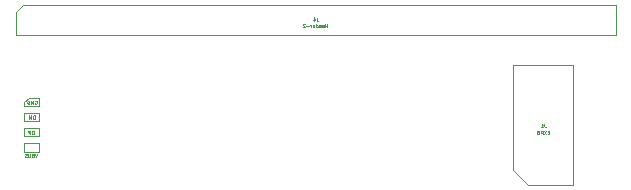
<source format=gbr>
%TF.GenerationSoftware,KiCad,Pcbnew,8.0.4*%
%TF.CreationDate,2024-08-30T22:18:59+05:30*%
%TF.ProjectId,Mitayi-Pico-RP2040,4d697461-7969-42d5-9069-636f2d525032,0.6*%
%TF.SameCoordinates,PX73df160PY5f2d3c0*%
%TF.FileFunction,AssemblyDrawing,Bot*%
%FSLAX46Y46*%
G04 Gerber Fmt 4.6, Leading zero omitted, Abs format (unit mm)*
G04 Created by KiCad (PCBNEW 8.0.4) date 2024-08-30 22:18:59*
%MOMM*%
%LPD*%
G01*
G04 APERTURE LIST*
%ADD10C,0.070000*%
%ADD11C,0.100000*%
G04 APERTURE END LIST*
D10*
X1586905Y9689855D02*
X1586905Y9989855D01*
X1586905Y9989855D02*
X1515476Y9989855D01*
X1515476Y9989855D02*
X1472619Y9975569D01*
X1472619Y9975569D02*
X1444048Y9946998D01*
X1444048Y9946998D02*
X1429762Y9918426D01*
X1429762Y9918426D02*
X1415476Y9861283D01*
X1415476Y9861283D02*
X1415476Y9818426D01*
X1415476Y9818426D02*
X1429762Y9761283D01*
X1429762Y9761283D02*
X1444048Y9732712D01*
X1444048Y9732712D02*
X1472619Y9704140D01*
X1472619Y9704140D02*
X1515476Y9689855D01*
X1515476Y9689855D02*
X1586905Y9689855D01*
X1286905Y9689855D02*
X1286905Y9989855D01*
X1286905Y9989855D02*
X1172619Y9989855D01*
X1172619Y9989855D02*
X1144048Y9975569D01*
X1144048Y9975569D02*
X1129762Y9961283D01*
X1129762Y9961283D02*
X1115476Y9932712D01*
X1115476Y9932712D02*
X1115476Y9889855D01*
X1115476Y9889855D02*
X1129762Y9861283D01*
X1129762Y9861283D02*
X1144048Y9846998D01*
X1144048Y9846998D02*
X1172619Y9832712D01*
X1172619Y9832712D02*
X1286905Y9832712D01*
X45209999Y9846998D02*
X45109999Y9846998D01*
X45067142Y9689855D02*
X45209999Y9689855D01*
X45209999Y9689855D02*
X45209999Y9989855D01*
X45209999Y9989855D02*
X45067142Y9989855D01*
X44967141Y9989855D02*
X44767141Y9689855D01*
X44767141Y9989855D02*
X44967141Y9689855D01*
X44652856Y9689855D02*
X44652856Y9989855D01*
X44652856Y9989855D02*
X44538570Y9989855D01*
X44538570Y9989855D02*
X44509999Y9975569D01*
X44509999Y9975569D02*
X44495713Y9961283D01*
X44495713Y9961283D02*
X44481427Y9932712D01*
X44481427Y9932712D02*
X44481427Y9889855D01*
X44481427Y9889855D02*
X44495713Y9861283D01*
X44495713Y9861283D02*
X44509999Y9846998D01*
X44509999Y9846998D02*
X44538570Y9832712D01*
X44538570Y9832712D02*
X44652856Y9832712D01*
X44309999Y9861283D02*
X44338570Y9875569D01*
X44338570Y9875569D02*
X44352856Y9889855D01*
X44352856Y9889855D02*
X44367142Y9918426D01*
X44367142Y9918426D02*
X44367142Y9932712D01*
X44367142Y9932712D02*
X44352856Y9961283D01*
X44352856Y9961283D02*
X44338570Y9975569D01*
X44338570Y9975569D02*
X44309999Y9989855D01*
X44309999Y9989855D02*
X44252856Y9989855D01*
X44252856Y9989855D02*
X44224285Y9975569D01*
X44224285Y9975569D02*
X44209999Y9961283D01*
X44209999Y9961283D02*
X44195713Y9932712D01*
X44195713Y9932712D02*
X44195713Y9918426D01*
X44195713Y9918426D02*
X44209999Y9889855D01*
X44209999Y9889855D02*
X44224285Y9875569D01*
X44224285Y9875569D02*
X44252856Y9861283D01*
X44252856Y9861283D02*
X44309999Y9861283D01*
X44309999Y9861283D02*
X44338570Y9846998D01*
X44338570Y9846998D02*
X44352856Y9832712D01*
X44352856Y9832712D02*
X44367142Y9804140D01*
X44367142Y9804140D02*
X44367142Y9746998D01*
X44367142Y9746998D02*
X44352856Y9718426D01*
X44352856Y9718426D02*
X44338570Y9704140D01*
X44338570Y9704140D02*
X44309999Y9689855D01*
X44309999Y9689855D02*
X44252856Y9689855D01*
X44252856Y9689855D02*
X44224285Y9704140D01*
X44224285Y9704140D02*
X44209999Y9718426D01*
X44209999Y9718426D02*
X44195713Y9746998D01*
X44195713Y9746998D02*
X44195713Y9804140D01*
X44195713Y9804140D02*
X44209999Y9832712D01*
X44209999Y9832712D02*
X44224285Y9846998D01*
X44224285Y9846998D02*
X44252856Y9861283D01*
X44804999Y10564855D02*
X44804999Y10350569D01*
X44804999Y10350569D02*
X44819284Y10307712D01*
X44819284Y10307712D02*
X44847856Y10279140D01*
X44847856Y10279140D02*
X44890713Y10264855D01*
X44890713Y10264855D02*
X44919284Y10264855D01*
X44504999Y10264855D02*
X44676428Y10264855D01*
X44590713Y10264855D02*
X44590713Y10564855D01*
X44590713Y10564855D02*
X44619285Y10521998D01*
X44619285Y10521998D02*
X44647856Y10493426D01*
X44647856Y10493426D02*
X44676428Y10479140D01*
X26425714Y18734855D02*
X26425714Y19034855D01*
X26425714Y18891998D02*
X26254285Y18891998D01*
X26254285Y18734855D02*
X26254285Y19034855D01*
X25997142Y18749140D02*
X26025714Y18734855D01*
X26025714Y18734855D02*
X26082857Y18734855D01*
X26082857Y18734855D02*
X26111428Y18749140D01*
X26111428Y18749140D02*
X26125714Y18777712D01*
X26125714Y18777712D02*
X26125714Y18891998D01*
X26125714Y18891998D02*
X26111428Y18920569D01*
X26111428Y18920569D02*
X26082857Y18934855D01*
X26082857Y18934855D02*
X26025714Y18934855D01*
X26025714Y18934855D02*
X25997142Y18920569D01*
X25997142Y18920569D02*
X25982857Y18891998D01*
X25982857Y18891998D02*
X25982857Y18863426D01*
X25982857Y18863426D02*
X26125714Y18834855D01*
X25725714Y18734855D02*
X25725714Y18891998D01*
X25725714Y18891998D02*
X25739999Y18920569D01*
X25739999Y18920569D02*
X25768571Y18934855D01*
X25768571Y18934855D02*
X25825714Y18934855D01*
X25825714Y18934855D02*
X25854285Y18920569D01*
X25725714Y18749140D02*
X25754285Y18734855D01*
X25754285Y18734855D02*
X25825714Y18734855D01*
X25825714Y18734855D02*
X25854285Y18749140D01*
X25854285Y18749140D02*
X25868571Y18777712D01*
X25868571Y18777712D02*
X25868571Y18806283D01*
X25868571Y18806283D02*
X25854285Y18834855D01*
X25854285Y18834855D02*
X25825714Y18849140D01*
X25825714Y18849140D02*
X25754285Y18849140D01*
X25754285Y18849140D02*
X25725714Y18863426D01*
X25454285Y18734855D02*
X25454285Y19034855D01*
X25454285Y18749140D02*
X25482856Y18734855D01*
X25482856Y18734855D02*
X25539999Y18734855D01*
X25539999Y18734855D02*
X25568570Y18749140D01*
X25568570Y18749140D02*
X25582856Y18763426D01*
X25582856Y18763426D02*
X25597142Y18791998D01*
X25597142Y18791998D02*
X25597142Y18877712D01*
X25597142Y18877712D02*
X25582856Y18906283D01*
X25582856Y18906283D02*
X25568570Y18920569D01*
X25568570Y18920569D02*
X25539999Y18934855D01*
X25539999Y18934855D02*
X25482856Y18934855D01*
X25482856Y18934855D02*
X25454285Y18920569D01*
X25197141Y18749140D02*
X25225713Y18734855D01*
X25225713Y18734855D02*
X25282856Y18734855D01*
X25282856Y18734855D02*
X25311427Y18749140D01*
X25311427Y18749140D02*
X25325713Y18777712D01*
X25325713Y18777712D02*
X25325713Y18891998D01*
X25325713Y18891998D02*
X25311427Y18920569D01*
X25311427Y18920569D02*
X25282856Y18934855D01*
X25282856Y18934855D02*
X25225713Y18934855D01*
X25225713Y18934855D02*
X25197141Y18920569D01*
X25197141Y18920569D02*
X25182856Y18891998D01*
X25182856Y18891998D02*
X25182856Y18863426D01*
X25182856Y18863426D02*
X25325713Y18834855D01*
X25054284Y18734855D02*
X25054284Y18934855D01*
X25054284Y18877712D02*
X25039998Y18906283D01*
X25039998Y18906283D02*
X25025713Y18920569D01*
X25025713Y18920569D02*
X24997141Y18934855D01*
X24997141Y18934855D02*
X24968570Y18934855D01*
X24868570Y18849140D02*
X24639999Y18849140D01*
X24511427Y19006283D02*
X24497141Y19020569D01*
X24497141Y19020569D02*
X24468570Y19034855D01*
X24468570Y19034855D02*
X24397141Y19034855D01*
X24397141Y19034855D02*
X24368570Y19020569D01*
X24368570Y19020569D02*
X24354284Y19006283D01*
X24354284Y19006283D02*
X24339998Y18977712D01*
X24339998Y18977712D02*
X24339998Y18949140D01*
X24339998Y18949140D02*
X24354284Y18906283D01*
X24354284Y18906283D02*
X24525712Y18734855D01*
X24525712Y18734855D02*
X24339998Y18734855D01*
X25529999Y19564855D02*
X25529999Y19350569D01*
X25529999Y19350569D02*
X25544284Y19307712D01*
X25544284Y19307712D02*
X25572856Y19279140D01*
X25572856Y19279140D02*
X25615713Y19264855D01*
X25615713Y19264855D02*
X25644284Y19264855D01*
X25258571Y19464855D02*
X25258571Y19264855D01*
X25329999Y19579140D02*
X25401428Y19364855D01*
X25401428Y19364855D02*
X25215713Y19364855D01*
X1641666Y10989855D02*
X1641666Y11289855D01*
X1641666Y11289855D02*
X1570237Y11289855D01*
X1570237Y11289855D02*
X1527380Y11275569D01*
X1527380Y11275569D02*
X1498809Y11246998D01*
X1498809Y11246998D02*
X1484523Y11218426D01*
X1484523Y11218426D02*
X1470237Y11161283D01*
X1470237Y11161283D02*
X1470237Y11118426D01*
X1470237Y11118426D02*
X1484523Y11061283D01*
X1484523Y11061283D02*
X1498809Y11032712D01*
X1498809Y11032712D02*
X1527380Y11004140D01*
X1527380Y11004140D02*
X1570237Y10989855D01*
X1570237Y10989855D02*
X1641666Y10989855D01*
X1341666Y10989855D02*
X1341666Y11289855D01*
X1341666Y11289855D02*
X1241666Y11075569D01*
X1241666Y11075569D02*
X1141666Y11289855D01*
X1141666Y11289855D02*
X1141666Y10989855D01*
X1874999Y8039855D02*
X1774999Y7739855D01*
X1774999Y7739855D02*
X1674999Y8039855D01*
X1474999Y7896998D02*
X1432142Y7882712D01*
X1432142Y7882712D02*
X1417856Y7868426D01*
X1417856Y7868426D02*
X1403570Y7839855D01*
X1403570Y7839855D02*
X1403570Y7796998D01*
X1403570Y7796998D02*
X1417856Y7768426D01*
X1417856Y7768426D02*
X1432142Y7754140D01*
X1432142Y7754140D02*
X1460713Y7739855D01*
X1460713Y7739855D02*
X1574999Y7739855D01*
X1574999Y7739855D02*
X1574999Y8039855D01*
X1574999Y8039855D02*
X1474999Y8039855D01*
X1474999Y8039855D02*
X1446428Y8025569D01*
X1446428Y8025569D02*
X1432142Y8011283D01*
X1432142Y8011283D02*
X1417856Y7982712D01*
X1417856Y7982712D02*
X1417856Y7954140D01*
X1417856Y7954140D02*
X1432142Y7925569D01*
X1432142Y7925569D02*
X1446428Y7911283D01*
X1446428Y7911283D02*
X1474999Y7896998D01*
X1474999Y7896998D02*
X1574999Y7896998D01*
X1274999Y8039855D02*
X1274999Y7796998D01*
X1274999Y7796998D02*
X1260713Y7768426D01*
X1260713Y7768426D02*
X1246428Y7754140D01*
X1246428Y7754140D02*
X1217856Y7739855D01*
X1217856Y7739855D02*
X1160713Y7739855D01*
X1160713Y7739855D02*
X1132142Y7754140D01*
X1132142Y7754140D02*
X1117856Y7768426D01*
X1117856Y7768426D02*
X1103570Y7796998D01*
X1103570Y7796998D02*
X1103570Y8039855D01*
X974999Y7754140D02*
X932142Y7739855D01*
X932142Y7739855D02*
X860713Y7739855D01*
X860713Y7739855D02*
X832142Y7754140D01*
X832142Y7754140D02*
X817856Y7768426D01*
X817856Y7768426D02*
X803570Y7796998D01*
X803570Y7796998D02*
X803570Y7825569D01*
X803570Y7825569D02*
X817856Y7854140D01*
X817856Y7854140D02*
X832142Y7868426D01*
X832142Y7868426D02*
X860713Y7882712D01*
X860713Y7882712D02*
X917856Y7896998D01*
X917856Y7896998D02*
X946427Y7911283D01*
X946427Y7911283D02*
X960713Y7925569D01*
X960713Y7925569D02*
X974999Y7954140D01*
X974999Y7954140D02*
X974999Y7982712D01*
X974999Y7982712D02*
X960713Y8011283D01*
X960713Y8011283D02*
X946427Y8025569D01*
X946427Y8025569D02*
X917856Y8039855D01*
X917856Y8039855D02*
X846427Y8039855D01*
X846427Y8039855D02*
X803570Y8025569D01*
X1653571Y12525569D02*
X1682143Y12539855D01*
X1682143Y12539855D02*
X1725000Y12539855D01*
X1725000Y12539855D02*
X1767857Y12525569D01*
X1767857Y12525569D02*
X1796428Y12496998D01*
X1796428Y12496998D02*
X1810714Y12468426D01*
X1810714Y12468426D02*
X1825000Y12411283D01*
X1825000Y12411283D02*
X1825000Y12368426D01*
X1825000Y12368426D02*
X1810714Y12311283D01*
X1810714Y12311283D02*
X1796428Y12282712D01*
X1796428Y12282712D02*
X1767857Y12254140D01*
X1767857Y12254140D02*
X1725000Y12239855D01*
X1725000Y12239855D02*
X1696428Y12239855D01*
X1696428Y12239855D02*
X1653571Y12254140D01*
X1653571Y12254140D02*
X1639285Y12268426D01*
X1639285Y12268426D02*
X1639285Y12368426D01*
X1639285Y12368426D02*
X1696428Y12368426D01*
X1510714Y12239855D02*
X1510714Y12539855D01*
X1510714Y12539855D02*
X1339285Y12239855D01*
X1339285Y12239855D02*
X1339285Y12539855D01*
X1196428Y12239855D02*
X1196428Y12539855D01*
X1196428Y12539855D02*
X1124999Y12539855D01*
X1124999Y12539855D02*
X1082142Y12525569D01*
X1082142Y12525569D02*
X1053571Y12496998D01*
X1053571Y12496998D02*
X1039285Y12468426D01*
X1039285Y12468426D02*
X1024999Y12411283D01*
X1024999Y12411283D02*
X1024999Y12368426D01*
X1024999Y12368426D02*
X1039285Y12311283D01*
X1039285Y12311283D02*
X1053571Y12282712D01*
X1053571Y12282712D02*
X1082142Y12254140D01*
X1082142Y12254140D02*
X1124999Y12239855D01*
X1124999Y12239855D02*
X1196428Y12239855D01*
D11*
X1975000Y9508334D02*
X775000Y9508334D01*
X775000Y10208334D01*
X1975000Y10208334D01*
X1975000Y9508334D01*
X42130000Y15565000D02*
X42130000Y6675000D01*
X42130000Y6675000D02*
X43400000Y5405000D01*
X43400000Y5405000D02*
X47210000Y5405000D01*
X47210000Y15565000D02*
X42130000Y15565000D01*
X47210000Y5405000D02*
X47210000Y15565000D01*
X30000Y20035000D02*
X30000Y18130000D01*
X30000Y18130000D02*
X50830000Y18130000D01*
X665000Y20670000D02*
X30000Y20035000D01*
X50830000Y20670000D02*
X665000Y20670000D01*
X50830000Y18130000D02*
X50830000Y20670000D01*
X1975000Y10791667D02*
X775000Y10791667D01*
X775000Y11491667D01*
X1975000Y11491667D01*
X1975000Y10791667D01*
X1975000Y8225000D02*
X775000Y8225000D01*
X775000Y8925000D01*
X1975000Y8925000D01*
X1975000Y8225000D01*
X775000Y12075000D02*
X775000Y12425000D01*
X1125000Y12775000D02*
X775000Y12425000D01*
X1125000Y12775000D02*
X1975000Y12775000D01*
X1975000Y12775000D02*
X1975000Y12075000D01*
X1975000Y12075000D02*
X775000Y12075000D01*
M02*

</source>
